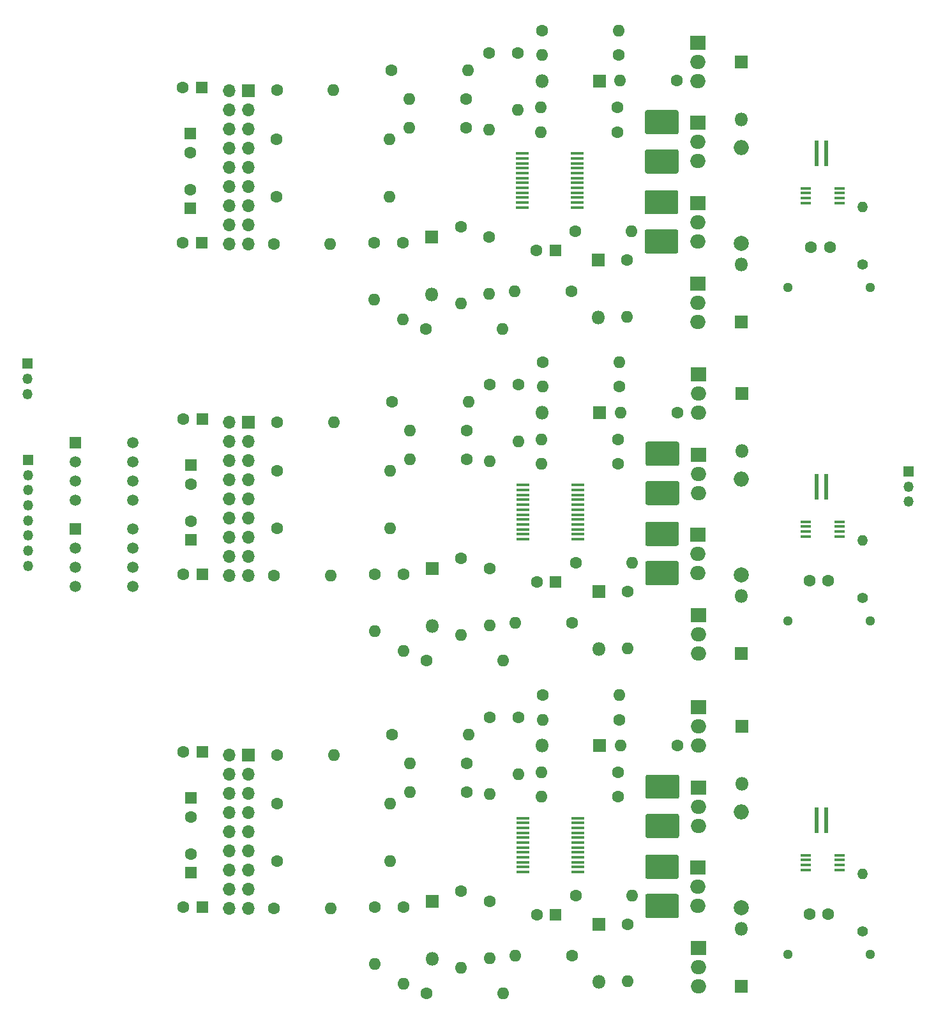
<source format=gbr>
%TF.GenerationSoftware,KiCad,Pcbnew,(5.1.7)-1*%
%TF.CreationDate,2021-02-09T15:47:09-06:00*%
%TF.ProjectId,LED-Driver-Board,4c45442d-4472-4697-9665-722d426f6172,rev?*%
%TF.SameCoordinates,Original*%
%TF.FileFunction,Soldermask,Top*%
%TF.FilePolarity,Negative*%
%FSLAX46Y46*%
G04 Gerber Fmt 4.6, Leading zero omitted, Abs format (unit mm)*
G04 Created by KiCad (PCBNEW (5.1.7)-1) date 2021-02-09 15:47:09*
%MOMM*%
%LPD*%
G01*
G04 APERTURE LIST*
%ADD10C,1.600000*%
%ADD11O,1.600000X1.600000*%
%ADD12R,1.320800X0.406400*%
%ADD13C,1.498600*%
%ADD14R,1.498600X1.498600*%
%ADD15R,2.000000X1.905000*%
%ADD16O,2.000000X1.905000*%
%ADD17R,1.651000X0.431800*%
%ADD18R,1.600000X1.600000*%
%ADD19R,1.800000X1.800000*%
%ADD20O,1.800000X1.800000*%
%ADD21R,1.700000X1.700000*%
%ADD22O,1.700000X1.700000*%
%ADD23C,2.000000*%
%ADD24O,2.000000X2.000000*%
%ADD25O,1.400000X1.400000*%
%ADD26C,1.400000*%
%ADD27R,0.550000X3.450000*%
%ADD28R,1.350000X1.350000*%
%ADD29O,1.350000X1.350000*%
%ADD30C,1.295400*%
G04 APERTURE END LIST*
D10*
%TO.C,C8*%
X82246000Y-52738000D03*
D11*
X97246000Y-52738000D03*
%TD*%
D10*
%TO.C,C8*%
X82316000Y-96688000D03*
D11*
X97316000Y-96688000D03*
%TD*%
D12*
%TO.C,U6*%
X156895800Y-59222640D03*
X156895800Y-59872880D03*
X156895800Y-60523120D03*
X156895800Y-61173360D03*
X152476200Y-61173360D03*
X152476200Y-60523120D03*
X152476200Y-59872880D03*
X152476200Y-59222640D03*
%TD*%
%TO.C,U7*%
X156895800Y-103418640D03*
X156895800Y-104068880D03*
X156895800Y-104719120D03*
X156895800Y-105369360D03*
X152476200Y-105369360D03*
X152476200Y-104719120D03*
X152476200Y-104068880D03*
X152476200Y-103418640D03*
%TD*%
D13*
%TO.C,U2*%
X63246000Y-104394000D03*
X63246000Y-106934000D03*
X63246000Y-109474000D03*
X63246000Y-112014000D03*
X55626000Y-112014000D03*
X55626000Y-109474000D03*
X55626000Y-106934000D03*
D14*
X55626000Y-104394000D03*
%TD*%
D15*
%TO.C,U3*%
X138178000Y-149290000D03*
D16*
X138178000Y-151830000D03*
X138178000Y-154370000D03*
%TD*%
D15*
%TO.C,U4*%
X138188000Y-128010000D03*
D16*
X138188000Y-130550000D03*
X138188000Y-133090000D03*
%TD*%
D10*
%TO.C,C2*%
X114320000Y-129388000D03*
D11*
X114320000Y-136888000D03*
%TD*%
D10*
%TO.C,R5*%
X102128000Y-165964000D03*
D11*
X112288000Y-165964000D03*
%TD*%
D17*
%TO.C,U1*%
X114945800Y-142703680D03*
X114945800Y-143353920D03*
X114945800Y-144004160D03*
X114945800Y-144654400D03*
X114945800Y-145304640D03*
X114945800Y-145954880D03*
X114945800Y-146605120D03*
X114945800Y-147255360D03*
X114945800Y-147905600D03*
X114945800Y-148555840D03*
X114945800Y-149206080D03*
X114945800Y-149856320D03*
X122210200Y-149856320D03*
X122210200Y-149206080D03*
X122210200Y-148555840D03*
X122210200Y-147905600D03*
X122210200Y-147255360D03*
X122210200Y-146605120D03*
X122210200Y-145954880D03*
X122210200Y-145304640D03*
X122210200Y-144654400D03*
X122210200Y-144004160D03*
X122210200Y-143353920D03*
X122210200Y-142703680D03*
%TD*%
D15*
%TO.C,U2*%
X138188000Y-159950000D03*
D16*
X138188000Y-162490000D03*
X138188000Y-165030000D03*
%TD*%
D15*
%TO.C,U5*%
X138188000Y-138650000D03*
D16*
X138188000Y-141190000D03*
X138188000Y-143730000D03*
%TD*%
D10*
%TO.C,C7*%
X107462000Y-135484000D03*
D11*
X99962000Y-135484000D03*
%TD*%
D10*
%TO.C,C13*%
X121448000Y-160940000D03*
D11*
X113948000Y-160940000D03*
%TD*%
D10*
%TO.C,C11*%
X81954000Y-154670000D03*
D11*
X89454000Y-154670000D03*
%TD*%
D18*
%TO.C,C14*%
X70886000Y-140056000D03*
D10*
X70886000Y-142556000D03*
%TD*%
D18*
%TO.C,C15*%
X70886000Y-149962000D03*
D10*
X70886000Y-147462000D03*
%TD*%
D18*
%TO.C,C16*%
X72410000Y-133960000D03*
D10*
X69910000Y-133960000D03*
%TD*%
D18*
%TO.C,C17*%
X72410000Y-154534000D03*
D10*
X69910000Y-154534000D03*
%TD*%
%TO.C,C9*%
X82316000Y-148438000D03*
D11*
X97316000Y-148438000D03*
%TD*%
D10*
%TO.C,C1*%
X128798000Y-156820000D03*
D11*
X128798000Y-164320000D03*
%TD*%
D10*
%TO.C,C3*%
X121940000Y-153010000D03*
D11*
X129440000Y-153010000D03*
%TD*%
D10*
%TO.C,C8*%
X82316000Y-140818000D03*
D11*
X97316000Y-140818000D03*
%TD*%
D10*
%TO.C,C10*%
X82384000Y-134330000D03*
D11*
X89884000Y-134330000D03*
%TD*%
D18*
%TO.C,C12*%
X119288000Y-155520000D03*
D10*
X116788000Y-155520000D03*
%TD*%
%TO.C,C4*%
X110510000Y-153772000D03*
D11*
X110510000Y-161272000D03*
%TD*%
D10*
%TO.C,C5*%
X95270000Y-154534000D03*
D11*
X95270000Y-162034000D03*
%TD*%
D10*
%TO.C,C6*%
X107462000Y-139294000D03*
D11*
X99962000Y-139294000D03*
%TD*%
D10*
%TO.C,R11*%
X97556000Y-131674000D03*
D11*
X107716000Y-131674000D03*
%TD*%
D10*
%TO.C,R7*%
X110510000Y-129388000D03*
D11*
X110510000Y-139548000D03*
%TD*%
D10*
%TO.C,R9*%
X127748000Y-129660000D03*
D11*
X117588000Y-129660000D03*
%TD*%
D10*
%TO.C,C18*%
X135388000Y-133060000D03*
D11*
X127888000Y-133060000D03*
%TD*%
D19*
%TO.C,D3*%
X143928000Y-164990000D03*
D20*
X143928000Y-157370000D03*
%TD*%
D19*
%TO.C,D2*%
X124988000Y-156820000D03*
D20*
X124988000Y-164440000D03*
%TD*%
D10*
%TO.C,R10*%
X117558000Y-126400000D03*
D11*
X127718000Y-126400000D03*
%TD*%
D19*
%TO.C,D4*%
X143968000Y-130530000D03*
D20*
X143968000Y-138150000D03*
%TD*%
D19*
%TO.C,D1*%
X102908000Y-153772000D03*
D20*
X102908000Y-161392000D03*
%TD*%
D19*
%TO.C,D5*%
X125138000Y-133100000D03*
D20*
X117518000Y-133100000D03*
%TD*%
D21*
%TO.C,HDR1*%
X78564000Y-134370000D03*
D22*
X76024000Y-134370000D03*
X78564000Y-136910000D03*
X76024000Y-136910000D03*
X78564000Y-139450000D03*
X76024000Y-139450000D03*
X78564000Y-141990000D03*
X76024000Y-141990000D03*
X78564000Y-144530000D03*
X76024000Y-144530000D03*
X78564000Y-147070000D03*
X76024000Y-147070000D03*
X78564000Y-149610000D03*
X76024000Y-149610000D03*
X78564000Y-152150000D03*
X76024000Y-152150000D03*
X78564000Y-154690000D03*
X76024000Y-154690000D03*
%TD*%
D23*
%TO.C,L1*%
X143928000Y-154600000D03*
D24*
X143928000Y-141900000D03*
%TD*%
D10*
%TO.C,R1*%
X99080000Y-154534000D03*
D11*
X99080000Y-164694000D03*
%TD*%
D10*
%TO.C,R2*%
X106758000Y-152414000D03*
D11*
X106758000Y-162574000D03*
%TD*%
D10*
%TO.C,R4*%
X127518000Y-139890000D03*
D11*
X117358000Y-139890000D03*
%TD*%
D10*
%TO.C,R3*%
X127548000Y-136620000D03*
D11*
X117388000Y-136620000D03*
%TD*%
%TO.C,R6*%
G36*
G01*
X131453000Y-136950000D02*
X135403000Y-136950000D01*
G75*
G02*
X135653000Y-137200000I0J-250000D01*
G01*
X135653000Y-139900000D01*
G75*
G02*
X135403000Y-140150000I-250000J0D01*
G01*
X131453000Y-140150000D01*
G75*
G02*
X131203000Y-139900000I0J250000D01*
G01*
X131203000Y-137200000D01*
G75*
G02*
X131453000Y-136950000I250000J0D01*
G01*
G37*
G36*
G01*
X131453000Y-142150000D02*
X135403000Y-142150000D01*
G75*
G02*
X135653000Y-142400000I0J-250000D01*
G01*
X135653000Y-145100000D01*
G75*
G02*
X135403000Y-145350000I-250000J0D01*
G01*
X131453000Y-145350000D01*
G75*
G02*
X131203000Y-145100000I0J250000D01*
G01*
X131203000Y-142400000D01*
G75*
G02*
X131453000Y-142150000I250000J0D01*
G01*
G37*
%TD*%
%TO.C,R8*%
G36*
G01*
X131403000Y-147560000D02*
X135353000Y-147560000D01*
G75*
G02*
X135603000Y-147810000I0J-250000D01*
G01*
X135603000Y-150510000D01*
G75*
G02*
X135353000Y-150760000I-250000J0D01*
G01*
X131403000Y-150760000D01*
G75*
G02*
X131153000Y-150510000I0J250000D01*
G01*
X131153000Y-147810000D01*
G75*
G02*
X131403000Y-147560000I250000J0D01*
G01*
G37*
G36*
G01*
X131403000Y-152760000D02*
X135353000Y-152760000D01*
G75*
G02*
X135603000Y-153010000I0J-250000D01*
G01*
X135603000Y-155710000D01*
G75*
G02*
X135353000Y-155960000I-250000J0D01*
G01*
X131403000Y-155960000D01*
G75*
G02*
X131153000Y-155710000I0J250000D01*
G01*
X131153000Y-153010000D01*
G75*
G02*
X131403000Y-152760000I250000J0D01*
G01*
G37*
%TD*%
D15*
%TO.C,U3*%
X138178000Y-105160000D03*
D16*
X138178000Y-107700000D03*
X138178000Y-110240000D03*
%TD*%
D15*
%TO.C,U4*%
X138188000Y-83880000D03*
D16*
X138188000Y-86420000D03*
X138188000Y-88960000D03*
%TD*%
D10*
%TO.C,C2*%
X114320000Y-85258000D03*
D11*
X114320000Y-92758000D03*
%TD*%
D10*
%TO.C,R5*%
X102128000Y-121834000D03*
D11*
X112288000Y-121834000D03*
%TD*%
D17*
%TO.C,U1*%
X114945800Y-98573680D03*
X114945800Y-99223920D03*
X114945800Y-99874160D03*
X114945800Y-100524400D03*
X114945800Y-101174640D03*
X114945800Y-101824880D03*
X114945800Y-102475120D03*
X114945800Y-103125360D03*
X114945800Y-103775600D03*
X114945800Y-104425840D03*
X114945800Y-105076080D03*
X114945800Y-105726320D03*
X122210200Y-105726320D03*
X122210200Y-105076080D03*
X122210200Y-104425840D03*
X122210200Y-103775600D03*
X122210200Y-103125360D03*
X122210200Y-102475120D03*
X122210200Y-101824880D03*
X122210200Y-101174640D03*
X122210200Y-100524400D03*
X122210200Y-99874160D03*
X122210200Y-99223920D03*
X122210200Y-98573680D03*
%TD*%
D15*
%TO.C,U2*%
X138188000Y-115820000D03*
D16*
X138188000Y-118360000D03*
X138188000Y-120900000D03*
%TD*%
D15*
%TO.C,U5*%
X138188000Y-94520000D03*
D16*
X138188000Y-97060000D03*
X138188000Y-99600000D03*
%TD*%
D10*
%TO.C,C7*%
X107462000Y-91354000D03*
D11*
X99962000Y-91354000D03*
%TD*%
D10*
%TO.C,C13*%
X121448000Y-116810000D03*
D11*
X113948000Y-116810000D03*
%TD*%
D10*
%TO.C,C11*%
X81954000Y-110540000D03*
D11*
X89454000Y-110540000D03*
%TD*%
D18*
%TO.C,C14*%
X70886000Y-95926000D03*
D10*
X70886000Y-98426000D03*
%TD*%
D18*
%TO.C,C15*%
X70886000Y-105832000D03*
D10*
X70886000Y-103332000D03*
%TD*%
D18*
%TO.C,C16*%
X72410000Y-89830000D03*
D10*
X69910000Y-89830000D03*
%TD*%
D18*
%TO.C,C17*%
X72410000Y-110404000D03*
D10*
X69910000Y-110404000D03*
%TD*%
%TO.C,C9*%
X82316000Y-104308000D03*
D11*
X97316000Y-104308000D03*
%TD*%
D10*
%TO.C,C1*%
X128798000Y-112690000D03*
D11*
X128798000Y-120190000D03*
%TD*%
D10*
%TO.C,C3*%
X121940000Y-108880000D03*
D11*
X129440000Y-108880000D03*
%TD*%
D10*
%TO.C,C10*%
X82384000Y-90200000D03*
D11*
X89884000Y-90200000D03*
%TD*%
D18*
%TO.C,C12*%
X119288000Y-111390000D03*
D10*
X116788000Y-111390000D03*
%TD*%
%TO.C,C4*%
X110510000Y-109642000D03*
D11*
X110510000Y-117142000D03*
%TD*%
D10*
%TO.C,C5*%
X95270000Y-110404000D03*
D11*
X95270000Y-117904000D03*
%TD*%
D10*
%TO.C,C6*%
X107462000Y-95164000D03*
D11*
X99962000Y-95164000D03*
%TD*%
D10*
%TO.C,R11*%
X97556000Y-87544000D03*
D11*
X107716000Y-87544000D03*
%TD*%
D10*
%TO.C,R7*%
X110510000Y-85258000D03*
D11*
X110510000Y-95418000D03*
%TD*%
D10*
%TO.C,R9*%
X127748000Y-85530000D03*
D11*
X117588000Y-85530000D03*
%TD*%
D10*
%TO.C,C18*%
X135388000Y-88930000D03*
D11*
X127888000Y-88930000D03*
%TD*%
D19*
%TO.C,D3*%
X143928000Y-120860000D03*
D20*
X143928000Y-113240000D03*
%TD*%
D19*
%TO.C,D2*%
X124988000Y-112690000D03*
D20*
X124988000Y-120310000D03*
%TD*%
D10*
%TO.C,R10*%
X117558000Y-82270000D03*
D11*
X127718000Y-82270000D03*
%TD*%
D19*
%TO.C,D4*%
X143968000Y-86400000D03*
D20*
X143968000Y-94020000D03*
%TD*%
D19*
%TO.C,D1*%
X102908000Y-109642000D03*
D20*
X102908000Y-117262000D03*
%TD*%
D19*
%TO.C,D5*%
X125138000Y-88970000D03*
D20*
X117518000Y-88970000D03*
%TD*%
D21*
%TO.C,HDR1*%
X78564000Y-90240000D03*
D22*
X76024000Y-90240000D03*
X78564000Y-92780000D03*
X76024000Y-92780000D03*
X78564000Y-95320000D03*
X76024000Y-95320000D03*
X78564000Y-97860000D03*
X76024000Y-97860000D03*
X78564000Y-100400000D03*
X76024000Y-100400000D03*
X78564000Y-102940000D03*
X76024000Y-102940000D03*
X78564000Y-105480000D03*
X76024000Y-105480000D03*
X78564000Y-108020000D03*
X76024000Y-108020000D03*
X78564000Y-110560000D03*
X76024000Y-110560000D03*
%TD*%
D23*
%TO.C,L1*%
X143928000Y-110470000D03*
D24*
X143928000Y-97770000D03*
%TD*%
D10*
%TO.C,R1*%
X99080000Y-110404000D03*
D11*
X99080000Y-120564000D03*
%TD*%
D10*
%TO.C,R2*%
X106758000Y-108284000D03*
D11*
X106758000Y-118444000D03*
%TD*%
D10*
%TO.C,R4*%
X127518000Y-95760000D03*
D11*
X117358000Y-95760000D03*
%TD*%
D10*
%TO.C,R3*%
X127548000Y-92490000D03*
D11*
X117388000Y-92490000D03*
%TD*%
%TO.C,R6*%
G36*
G01*
X131453000Y-92820000D02*
X135403000Y-92820000D01*
G75*
G02*
X135653000Y-93070000I0J-250000D01*
G01*
X135653000Y-95770000D01*
G75*
G02*
X135403000Y-96020000I-250000J0D01*
G01*
X131453000Y-96020000D01*
G75*
G02*
X131203000Y-95770000I0J250000D01*
G01*
X131203000Y-93070000D01*
G75*
G02*
X131453000Y-92820000I250000J0D01*
G01*
G37*
G36*
G01*
X131453000Y-98020000D02*
X135403000Y-98020000D01*
G75*
G02*
X135653000Y-98270000I0J-250000D01*
G01*
X135653000Y-100970000D01*
G75*
G02*
X135403000Y-101220000I-250000J0D01*
G01*
X131453000Y-101220000D01*
G75*
G02*
X131203000Y-100970000I0J250000D01*
G01*
X131203000Y-98270000D01*
G75*
G02*
X131453000Y-98020000I250000J0D01*
G01*
G37*
%TD*%
%TO.C,R8*%
G36*
G01*
X131403000Y-103430000D02*
X135353000Y-103430000D01*
G75*
G02*
X135603000Y-103680000I0J-250000D01*
G01*
X135603000Y-106380000D01*
G75*
G02*
X135353000Y-106630000I-250000J0D01*
G01*
X131403000Y-106630000D01*
G75*
G02*
X131153000Y-106380000I0J250000D01*
G01*
X131153000Y-103680000D01*
G75*
G02*
X131403000Y-103430000I250000J0D01*
G01*
G37*
G36*
G01*
X131403000Y-108630000D02*
X135353000Y-108630000D01*
G75*
G02*
X135603000Y-108880000I0J-250000D01*
G01*
X135603000Y-111580000D01*
G75*
G02*
X135353000Y-111830000I-250000J0D01*
G01*
X131403000Y-111830000D01*
G75*
G02*
X131153000Y-111580000I0J250000D01*
G01*
X131153000Y-108880000D01*
G75*
G02*
X131403000Y-108630000I250000J0D01*
G01*
G37*
%TD*%
D15*
%TO.C,U3*%
X138108000Y-61210000D03*
D16*
X138108000Y-63750000D03*
X138108000Y-66290000D03*
%TD*%
D15*
%TO.C,U4*%
X138118000Y-39930000D03*
D16*
X138118000Y-42470000D03*
X138118000Y-45010000D03*
%TD*%
D10*
%TO.C,C2*%
X114250000Y-41308000D03*
D11*
X114250000Y-48808000D03*
%TD*%
D10*
%TO.C,R5*%
X102058000Y-77884000D03*
D11*
X112218000Y-77884000D03*
%TD*%
D17*
%TO.C,U1*%
X114875800Y-54623680D03*
X114875800Y-55273920D03*
X114875800Y-55924160D03*
X114875800Y-56574400D03*
X114875800Y-57224640D03*
X114875800Y-57874880D03*
X114875800Y-58525120D03*
X114875800Y-59175360D03*
X114875800Y-59825600D03*
X114875800Y-60475840D03*
X114875800Y-61126080D03*
X114875800Y-61776320D03*
X122140200Y-61776320D03*
X122140200Y-61126080D03*
X122140200Y-60475840D03*
X122140200Y-59825600D03*
X122140200Y-59175360D03*
X122140200Y-58525120D03*
X122140200Y-57874880D03*
X122140200Y-57224640D03*
X122140200Y-56574400D03*
X122140200Y-55924160D03*
X122140200Y-55273920D03*
X122140200Y-54623680D03*
%TD*%
D15*
%TO.C,U2*%
X138118000Y-71870000D03*
D16*
X138118000Y-74410000D03*
X138118000Y-76950000D03*
%TD*%
D15*
%TO.C,U5*%
X138118000Y-50570000D03*
D16*
X138118000Y-53110000D03*
X138118000Y-55650000D03*
%TD*%
D10*
%TO.C,C7*%
X107392000Y-47404000D03*
D11*
X99892000Y-47404000D03*
%TD*%
D10*
%TO.C,C13*%
X121378000Y-72860000D03*
D11*
X113878000Y-72860000D03*
%TD*%
D10*
%TO.C,C11*%
X81884000Y-66590000D03*
D11*
X89384000Y-66590000D03*
%TD*%
D18*
%TO.C,C14*%
X70816000Y-51976000D03*
D10*
X70816000Y-54476000D03*
%TD*%
D18*
%TO.C,C15*%
X70816000Y-61882000D03*
D10*
X70816000Y-59382000D03*
%TD*%
D18*
%TO.C,C16*%
X72340000Y-45880000D03*
D10*
X69840000Y-45880000D03*
%TD*%
D18*
%TO.C,C17*%
X72340000Y-66454000D03*
D10*
X69840000Y-66454000D03*
%TD*%
%TO.C,C9*%
X82246000Y-60358000D03*
D11*
X97246000Y-60358000D03*
%TD*%
D10*
%TO.C,C1*%
X128728000Y-68740000D03*
D11*
X128728000Y-76240000D03*
%TD*%
D10*
%TO.C,C3*%
X121870000Y-64930000D03*
D11*
X129370000Y-64930000D03*
%TD*%
D10*
%TO.C,C10*%
X82314000Y-46250000D03*
D11*
X89814000Y-46250000D03*
%TD*%
D18*
%TO.C,C12*%
X119218000Y-67440000D03*
D10*
X116718000Y-67440000D03*
%TD*%
%TO.C,C4*%
X110440000Y-65692000D03*
D11*
X110440000Y-73192000D03*
%TD*%
D10*
%TO.C,C5*%
X95200000Y-66454000D03*
D11*
X95200000Y-73954000D03*
%TD*%
D10*
%TO.C,C6*%
X107392000Y-51214000D03*
D11*
X99892000Y-51214000D03*
%TD*%
D10*
%TO.C,R11*%
X97486000Y-43594000D03*
D11*
X107646000Y-43594000D03*
%TD*%
D10*
%TO.C,R7*%
X110440000Y-41308000D03*
D11*
X110440000Y-51468000D03*
%TD*%
D10*
%TO.C,R9*%
X127678000Y-41580000D03*
D11*
X117518000Y-41580000D03*
%TD*%
D10*
%TO.C,C18*%
X135318000Y-44980000D03*
D11*
X127818000Y-44980000D03*
%TD*%
D19*
%TO.C,D3*%
X143858000Y-76910000D03*
D20*
X143858000Y-69290000D03*
%TD*%
D19*
%TO.C,D2*%
X124918000Y-68740000D03*
D20*
X124918000Y-76360000D03*
%TD*%
D10*
%TO.C,R10*%
X117488000Y-38320000D03*
D11*
X127648000Y-38320000D03*
%TD*%
D19*
%TO.C,D4*%
X143898000Y-42450000D03*
D20*
X143898000Y-50070000D03*
%TD*%
D19*
%TO.C,D1*%
X102838000Y-65692000D03*
D20*
X102838000Y-73312000D03*
%TD*%
D19*
%TO.C,D5*%
X125068000Y-45020000D03*
D20*
X117448000Y-45020000D03*
%TD*%
D21*
%TO.C,HDR1*%
X78494000Y-46290000D03*
D22*
X75954000Y-46290000D03*
X78494000Y-48830000D03*
X75954000Y-48830000D03*
X78494000Y-51370000D03*
X75954000Y-51370000D03*
X78494000Y-53910000D03*
X75954000Y-53910000D03*
X78494000Y-56450000D03*
X75954000Y-56450000D03*
X78494000Y-58990000D03*
X75954000Y-58990000D03*
X78494000Y-61530000D03*
X75954000Y-61530000D03*
X78494000Y-64070000D03*
X75954000Y-64070000D03*
X78494000Y-66610000D03*
X75954000Y-66610000D03*
%TD*%
D23*
%TO.C,L1*%
X143858000Y-66520000D03*
D24*
X143858000Y-53820000D03*
%TD*%
D10*
%TO.C,R1*%
X99010000Y-66454000D03*
D11*
X99010000Y-76614000D03*
%TD*%
D10*
%TO.C,R2*%
X106688000Y-64334000D03*
D11*
X106688000Y-74494000D03*
%TD*%
D10*
%TO.C,R4*%
X127448000Y-51810000D03*
D11*
X117288000Y-51810000D03*
%TD*%
D10*
%TO.C,R3*%
X127478000Y-48540000D03*
D11*
X117318000Y-48540000D03*
%TD*%
%TO.C,R6*%
G36*
G01*
X131383000Y-48870000D02*
X135333000Y-48870000D01*
G75*
G02*
X135583000Y-49120000I0J-250000D01*
G01*
X135583000Y-51820000D01*
G75*
G02*
X135333000Y-52070000I-250000J0D01*
G01*
X131383000Y-52070000D01*
G75*
G02*
X131133000Y-51820000I0J250000D01*
G01*
X131133000Y-49120000D01*
G75*
G02*
X131383000Y-48870000I250000J0D01*
G01*
G37*
G36*
G01*
X131383000Y-54070000D02*
X135333000Y-54070000D01*
G75*
G02*
X135583000Y-54320000I0J-250000D01*
G01*
X135583000Y-57020000D01*
G75*
G02*
X135333000Y-57270000I-250000J0D01*
G01*
X131383000Y-57270000D01*
G75*
G02*
X131133000Y-57020000I0J250000D01*
G01*
X131133000Y-54320000D01*
G75*
G02*
X131383000Y-54070000I250000J0D01*
G01*
G37*
%TD*%
%TO.C,R8*%
G36*
G01*
X131333000Y-59480000D02*
X135283000Y-59480000D01*
G75*
G02*
X135533000Y-59730000I0J-250000D01*
G01*
X135533000Y-62430000D01*
G75*
G02*
X135283000Y-62680000I-250000J0D01*
G01*
X131333000Y-62680000D01*
G75*
G02*
X131083000Y-62430000I0J250000D01*
G01*
X131083000Y-59730000D01*
G75*
G02*
X131333000Y-59480000I250000J0D01*
G01*
G37*
G36*
G01*
X131333000Y-64680000D02*
X135283000Y-64680000D01*
G75*
G02*
X135533000Y-64930000I0J-250000D01*
G01*
X135533000Y-67630000D01*
G75*
G02*
X135283000Y-67880000I-250000J0D01*
G01*
X131333000Y-67880000D01*
G75*
G02*
X131083000Y-67630000I0J250000D01*
G01*
X131083000Y-64930000D01*
G75*
G02*
X131333000Y-64680000I250000J0D01*
G01*
G37*
%TD*%
D12*
%TO.C,U8*%
X156895800Y-147614640D03*
X156895800Y-148264880D03*
X156895800Y-148915120D03*
X156895800Y-149565360D03*
X152476200Y-149565360D03*
X152476200Y-148915120D03*
X152476200Y-148264880D03*
X152476200Y-147614640D03*
%TD*%
D13*
%TO.C,U1*%
X63246000Y-92964000D03*
X63246000Y-95504000D03*
X63246000Y-98044000D03*
X63246000Y-100584000D03*
X55626000Y-100584000D03*
X55626000Y-98044000D03*
X55626000Y-95504000D03*
D14*
X55626000Y-92964000D03*
%TD*%
D25*
%TO.C,R6*%
X160020000Y-150114000D03*
D26*
X160020000Y-157734000D03*
%TD*%
D25*
%TO.C,R5*%
X160020000Y-105918000D03*
D26*
X160020000Y-113538000D03*
%TD*%
D25*
%TO.C,R4*%
X160020000Y-61722000D03*
D26*
X160020000Y-69342000D03*
%TD*%
D27*
%TO.C,R3*%
X153924000Y-142982000D03*
X155174000Y-142982000D03*
%TD*%
%TO.C,R2*%
X153924000Y-98786000D03*
X155174000Y-98786000D03*
%TD*%
%TO.C,R1*%
X155174000Y-54590000D03*
X153924000Y-54590000D03*
%TD*%
D28*
%TO.C,J3*%
X166116000Y-96774000D03*
D29*
X166116000Y-98774000D03*
X166116000Y-100774000D03*
%TD*%
%TO.C,J2*%
X49228000Y-86478000D03*
X49228000Y-84478000D03*
D28*
X49228000Y-82478000D03*
%TD*%
%TO.C,J1*%
X49308000Y-95250000D03*
D29*
X49308000Y-97250000D03*
X49308000Y-99250000D03*
X49308000Y-101250000D03*
X49308000Y-103250000D03*
X49308000Y-105250000D03*
X49308000Y-107250000D03*
X49308000Y-109250000D03*
%TD*%
D30*
%TO.C,D3*%
X160970001Y-160782000D03*
X150114000Y-160782000D03*
%TD*%
%TO.C,D2*%
X160970001Y-116586000D03*
X150114000Y-116586000D03*
%TD*%
%TO.C,D1*%
X160970001Y-72390000D03*
X150114000Y-72390000D03*
%TD*%
D10*
%TO.C,C3*%
X152948000Y-155448000D03*
X155448000Y-155448000D03*
%TD*%
%TO.C,C2*%
X152948000Y-111252000D03*
X155448000Y-111252000D03*
%TD*%
%TO.C,C1*%
X153162000Y-67056000D03*
X155662000Y-67056000D03*
%TD*%
M02*

</source>
